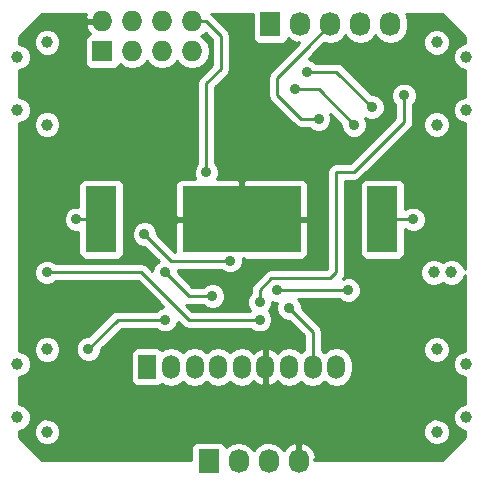
<source format=gbl>
G04 #@! TF.FileFunction,Copper,L2,Bot,Signal*
%FSLAX46Y46*%
G04 Gerber Fmt 4.6, Leading zero omitted, Abs format (unit mm)*
G04 Created by KiCad (PCBNEW (2014-11-17 BZR 5289)-product) date Thu 22 Jan 2015 10:16:19 AM EST*
%MOMM*%
G01*
G04 APERTURE LIST*
%ADD10C,0.100000*%
%ADD11R,1.727200X2.032000*%
%ADD12O,1.727200X2.032000*%
%ADD13R,1.727200X1.727200*%
%ADD14O,1.727200X1.727200*%
%ADD15C,1.000000*%
%ADD16C,1.000760*%
%ADD17R,1.500000X2.032000*%
%ADD18O,1.500000X2.032000*%
%ADD19R,10.000000X5.560000*%
%ADD20R,2.600000X5.560000*%
%ADD21C,0.889000*%
%ADD22C,0.254000*%
G04 APERTURE END LIST*
D10*
D11*
X220420000Y-114000000D03*
D12*
X222960000Y-114000000D03*
X225500000Y-114000000D03*
X228040000Y-114000000D03*
X230580000Y-114000000D03*
D13*
X206190000Y-116270000D03*
D14*
X206190000Y-113730000D03*
X208730000Y-116270000D03*
X208730000Y-113730000D03*
X211270000Y-116270000D03*
X211270000Y-113730000D03*
X213810000Y-116270000D03*
X213810000Y-113730000D03*
D11*
X215190000Y-151000000D03*
D12*
X217730000Y-151000000D03*
X220270000Y-151000000D03*
X222810000Y-151000000D03*
D15*
X199000000Y-147250000D03*
X199000000Y-142750000D03*
X201500000Y-148500000D03*
X201500000Y-141500000D03*
X199000000Y-121250000D03*
X199000000Y-116750000D03*
X201500000Y-122500000D03*
X201500000Y-115500000D03*
X237000000Y-116750000D03*
X237000000Y-121250000D03*
X234500000Y-115500000D03*
X234500000Y-122500000D03*
X237000000Y-142750000D03*
X237000000Y-147250000D03*
X234500000Y-141500000D03*
X234500000Y-148500000D03*
D16*
X234250700Y-135000000D03*
X235749300Y-135000000D03*
D17*
X210000000Y-143000000D03*
D18*
X212000000Y-143000000D03*
X214000000Y-143000000D03*
X216000000Y-143000000D03*
X218000000Y-143000000D03*
X220000000Y-143000000D03*
X222000000Y-143000000D03*
X224000000Y-143000000D03*
X226000000Y-143000000D03*
D19*
X218000000Y-130500000D03*
D20*
X229900000Y-130500000D03*
X206100000Y-130500000D03*
D21*
X204000000Y-130500000D03*
X232500000Y-130500000D03*
X211500000Y-135000000D03*
X215500000Y-137000000D03*
X224500000Y-122000000D03*
X209750000Y-131750000D03*
X217000000Y-134000000D03*
X215000000Y-126500000D03*
X222000000Y-138000000D03*
X211500000Y-139000000D03*
X205000000Y-141500000D03*
X219500000Y-139000000D03*
X201500000Y-135000000D03*
X219500000Y-137500000D03*
X231750000Y-120000000D03*
X221000000Y-136500000D03*
X227000000Y-136500000D03*
X227500000Y-122500000D03*
X222500000Y-119500000D03*
X229000000Y-121000000D03*
X223500000Y-118000000D03*
D22*
X206100000Y-130500000D02*
X204000000Y-130500000D01*
X229900000Y-130500000D02*
X232500000Y-130500000D01*
X213500000Y-137000000D02*
X211500000Y-135000000D01*
X215500000Y-137000000D02*
X213500000Y-137000000D01*
X224500000Y-122000000D02*
X223000000Y-122000000D01*
X223000000Y-122000000D02*
X221000000Y-120000000D01*
X221000000Y-120000000D02*
X221000000Y-118500000D01*
X221000000Y-118500000D02*
X223500000Y-116000000D01*
X223500000Y-116000000D02*
X225500000Y-114000000D01*
X209750000Y-131750000D02*
X212000000Y-134000000D01*
X212000000Y-134000000D02*
X215000000Y-134000000D01*
X215000000Y-134000000D02*
X217000000Y-134000000D01*
X214980000Y-113730000D02*
X213810000Y-113730000D01*
X216250000Y-115000000D02*
X214980000Y-113730000D01*
X216250000Y-117750000D02*
X216250000Y-115000000D01*
X215000000Y-119000000D02*
X216250000Y-117750000D01*
X215000000Y-126500000D02*
X215000000Y-119000000D01*
X224000000Y-140000000D02*
X222000000Y-138000000D01*
X224000000Y-143000000D02*
X224000000Y-140000000D01*
X207500000Y-139000000D02*
X211500000Y-139000000D01*
X205000000Y-141500000D02*
X207500000Y-139000000D01*
X211500000Y-137000000D02*
X209500000Y-135000000D01*
X213500000Y-139000000D02*
X219500000Y-139000000D01*
X211500000Y-137000000D02*
X213500000Y-139000000D01*
X209500000Y-135000000D02*
X201500000Y-135000000D01*
X227500000Y-126500000D02*
X231750000Y-122250000D01*
X231750000Y-122250000D02*
X231750000Y-120000000D01*
X219500000Y-136500000D02*
X219500000Y-137500000D01*
X220500000Y-135500000D02*
X219500000Y-136500000D01*
X225500000Y-135500000D02*
X220500000Y-135500000D01*
X226000000Y-135000000D02*
X225500000Y-135500000D01*
X227500000Y-126500000D02*
X226000000Y-126500000D01*
X226000000Y-126500000D02*
X226000000Y-135000000D01*
X227000000Y-136500000D02*
X221000000Y-136500000D01*
X227500000Y-122500000D02*
X224500000Y-119500000D01*
X224500000Y-119500000D02*
X222500000Y-119500000D01*
X229000000Y-121000000D02*
X226000000Y-118000000D01*
X226000000Y-118000000D02*
X223500000Y-118000000D01*
G36*
X223107000Y-114127000D02*
X223087000Y-114127000D01*
X223087000Y-114147000D01*
X222833000Y-114147000D01*
X222833000Y-114127000D01*
X222813000Y-114127000D01*
X222813000Y-113873000D01*
X222833000Y-113873000D01*
X222833000Y-113853000D01*
X223087000Y-113853000D01*
X223087000Y-113873000D01*
X223107000Y-113873000D01*
X223107000Y-114127000D01*
X223107000Y-114127000D01*
G37*
X223107000Y-114127000D02*
X223087000Y-114127000D01*
X223087000Y-114147000D01*
X222833000Y-114147000D01*
X222833000Y-114127000D01*
X222813000Y-114127000D01*
X222813000Y-113873000D01*
X222833000Y-113873000D01*
X222833000Y-113853000D01*
X223087000Y-113853000D01*
X223087000Y-113873000D01*
X223107000Y-113873000D01*
X223107000Y-114127000D01*
G36*
X236873000Y-148947395D02*
X235635197Y-150185198D01*
X235635197Y-148275225D01*
X235635197Y-141275225D01*
X235462767Y-140857914D01*
X235143765Y-140538355D01*
X234726756Y-140365197D01*
X234275225Y-140364803D01*
X233857914Y-140537233D01*
X233538355Y-140856235D01*
X233365197Y-141273244D01*
X233364803Y-141724775D01*
X233537233Y-142142086D01*
X233856235Y-142461645D01*
X234273244Y-142634803D01*
X234724775Y-142635197D01*
X235142086Y-142462767D01*
X235461645Y-142143765D01*
X235634803Y-141726756D01*
X235635197Y-141275225D01*
X235635197Y-148275225D01*
X235462767Y-147857914D01*
X235143765Y-147538355D01*
X234726756Y-147365197D01*
X234275225Y-147364803D01*
X233857914Y-147537233D01*
X233538355Y-147856235D01*
X233365197Y-148273244D01*
X233364803Y-148724775D01*
X233537233Y-149142086D01*
X233856235Y-149461645D01*
X234273244Y-149634803D01*
X234724775Y-149635197D01*
X235142086Y-149462767D01*
X235461645Y-149143765D01*
X235634803Y-148726756D01*
X235635197Y-148275225D01*
X235635197Y-150185198D01*
X234947395Y-150873000D01*
X224308600Y-150873000D01*
X224308600Y-150872998D01*
X224150925Y-150872998D01*
X224295184Y-150638087D01*
X224101954Y-150085680D01*
X223712036Y-149649268D01*
X223184791Y-149395291D01*
X223169026Y-149392642D01*
X222937000Y-149513783D01*
X222937000Y-150873000D01*
X222683000Y-150873000D01*
X222683000Y-149513783D01*
X222450974Y-149392642D01*
X222435209Y-149395291D01*
X221907964Y-149649268D01*
X221536460Y-150065069D01*
X221329670Y-149755585D01*
X220843489Y-149430729D01*
X220270000Y-149316655D01*
X219873000Y-149395623D01*
X219873000Y-144485656D01*
X219873000Y-143127000D01*
X219853000Y-143127000D01*
X219853000Y-142873000D01*
X219873000Y-142873000D01*
X219873000Y-141514344D01*
X219658815Y-141391682D01*
X219587316Y-141405827D01*
X219110460Y-141664855D01*
X219017601Y-141779569D01*
X218979343Y-141722312D01*
X218530017Y-141422082D01*
X218000000Y-141316655D01*
X217469983Y-141422082D01*
X217020657Y-141722312D01*
X217000000Y-141753227D01*
X216979343Y-141722312D01*
X216530017Y-141422082D01*
X216000000Y-141316655D01*
X215469983Y-141422082D01*
X215020657Y-141722312D01*
X215000000Y-141753227D01*
X214979343Y-141722312D01*
X214530017Y-141422082D01*
X214000000Y-141316655D01*
X213469983Y-141422082D01*
X213020657Y-141722312D01*
X213000000Y-141753227D01*
X212979343Y-141722312D01*
X212530017Y-141422082D01*
X212000000Y-141316655D01*
X211469983Y-141422082D01*
X211239866Y-141575841D01*
X211109699Y-141445673D01*
X210876310Y-141349000D01*
X210623691Y-141349000D01*
X209123691Y-141349000D01*
X208890302Y-141445673D01*
X208711673Y-141624301D01*
X208615000Y-141857690D01*
X208615000Y-142110309D01*
X208615000Y-144142309D01*
X208711673Y-144375698D01*
X208890301Y-144554327D01*
X209123690Y-144651000D01*
X209376309Y-144651000D01*
X210876309Y-144651000D01*
X211109698Y-144554327D01*
X211239866Y-144424159D01*
X211469983Y-144577918D01*
X212000000Y-144683345D01*
X212530017Y-144577918D01*
X212979343Y-144277688D01*
X213000000Y-144246772D01*
X213020657Y-144277688D01*
X213469983Y-144577918D01*
X214000000Y-144683345D01*
X214530017Y-144577918D01*
X214979343Y-144277688D01*
X215000000Y-144246772D01*
X215020657Y-144277688D01*
X215469983Y-144577918D01*
X216000000Y-144683345D01*
X216530017Y-144577918D01*
X216979343Y-144277688D01*
X217000000Y-144246772D01*
X217020657Y-144277688D01*
X217469983Y-144577918D01*
X218000000Y-144683345D01*
X218530017Y-144577918D01*
X218979343Y-144277688D01*
X219017601Y-144220430D01*
X219110460Y-144335145D01*
X219587316Y-144594173D01*
X219658815Y-144608318D01*
X219873000Y-144485656D01*
X219873000Y-149395623D01*
X219696511Y-149430729D01*
X219210330Y-149755585D01*
X219000000Y-150070365D01*
X218789670Y-149755585D01*
X218303489Y-149430729D01*
X217730000Y-149316655D01*
X217156511Y-149430729D01*
X216670330Y-149755585D01*
X216655499Y-149777780D01*
X216591927Y-149624302D01*
X216413299Y-149445673D01*
X216179910Y-149349000D01*
X215927291Y-149349000D01*
X214200091Y-149349000D01*
X213966702Y-149445673D01*
X213788073Y-149624301D01*
X213691400Y-149857690D01*
X213691400Y-150110309D01*
X213691400Y-150873000D01*
X202635197Y-150873000D01*
X202635197Y-148275225D01*
X202635197Y-141275225D01*
X202462767Y-140857914D01*
X202143765Y-140538355D01*
X201726756Y-140365197D01*
X201275225Y-140364803D01*
X200857914Y-140537233D01*
X200538355Y-140856235D01*
X200365197Y-141273244D01*
X200364803Y-141724775D01*
X200537233Y-142142086D01*
X200856235Y-142461645D01*
X201273244Y-142634803D01*
X201724775Y-142635197D01*
X202142086Y-142462767D01*
X202461645Y-142143765D01*
X202634803Y-141726756D01*
X202635197Y-141275225D01*
X202635197Y-148275225D01*
X202462767Y-147857914D01*
X202143765Y-147538355D01*
X201726756Y-147365197D01*
X201275225Y-147364803D01*
X200857914Y-147537233D01*
X200538355Y-147856235D01*
X200365197Y-148273244D01*
X200364803Y-148724775D01*
X200537233Y-149142086D01*
X200856235Y-149461645D01*
X201273244Y-149634803D01*
X201724775Y-149635197D01*
X202142086Y-149462767D01*
X202461645Y-149143765D01*
X202634803Y-148726756D01*
X202635197Y-148275225D01*
X202635197Y-150873000D01*
X201052605Y-150873000D01*
X199127000Y-148947395D01*
X199127000Y-148385111D01*
X199224775Y-148385197D01*
X199642086Y-148212767D01*
X199961645Y-147893765D01*
X200134803Y-147476756D01*
X200135197Y-147025225D01*
X199962767Y-146607914D01*
X199643765Y-146288355D01*
X199226756Y-146115197D01*
X199127000Y-146115109D01*
X199127000Y-143885111D01*
X199224775Y-143885197D01*
X199642086Y-143712767D01*
X199961645Y-143393765D01*
X200134803Y-142976756D01*
X200135197Y-142525225D01*
X199962767Y-142107914D01*
X199643765Y-141788355D01*
X199226756Y-141615197D01*
X199127000Y-141615109D01*
X199127000Y-122385111D01*
X199224775Y-122385197D01*
X199642086Y-122212767D01*
X199961645Y-121893765D01*
X200134803Y-121476756D01*
X200135197Y-121025225D01*
X199962767Y-120607914D01*
X199643765Y-120288355D01*
X199226756Y-120115197D01*
X199127000Y-120115109D01*
X199127000Y-117885111D01*
X199224775Y-117885197D01*
X199642086Y-117712767D01*
X199961645Y-117393765D01*
X200134803Y-116976756D01*
X200135197Y-116525225D01*
X199962767Y-116107914D01*
X199643765Y-115788355D01*
X199226756Y-115615197D01*
X199127000Y-115615109D01*
X199127000Y-115052605D01*
X201052605Y-113127000D01*
X204836093Y-113127000D01*
X204735042Y-113370974D01*
X204856183Y-113603000D01*
X206063000Y-113603000D01*
X206063000Y-113583000D01*
X206317000Y-113583000D01*
X206317000Y-113603000D01*
X206337000Y-113603000D01*
X206337000Y-113857000D01*
X206317000Y-113857000D01*
X206317000Y-113877000D01*
X206063000Y-113877000D01*
X206063000Y-113857000D01*
X204856183Y-113857000D01*
X204735042Y-114089026D01*
X204907312Y-114504947D01*
X205164119Y-114786299D01*
X204966702Y-114868073D01*
X204788073Y-115046701D01*
X204691400Y-115280090D01*
X204691400Y-115532709D01*
X204691400Y-117259909D01*
X204788073Y-117493298D01*
X204966701Y-117671927D01*
X205200090Y-117768600D01*
X205452709Y-117768600D01*
X207179909Y-117768600D01*
X207413298Y-117671927D01*
X207591927Y-117493299D01*
X207655643Y-117339473D01*
X208127152Y-117654526D01*
X208700641Y-117768600D01*
X208759359Y-117768600D01*
X209332848Y-117654526D01*
X209819029Y-117329670D01*
X210000000Y-117058827D01*
X210180971Y-117329670D01*
X210667152Y-117654526D01*
X211240641Y-117768600D01*
X211299359Y-117768600D01*
X211872848Y-117654526D01*
X212359029Y-117329670D01*
X212540000Y-117058827D01*
X212720971Y-117329670D01*
X213207152Y-117654526D01*
X213780641Y-117768600D01*
X213839359Y-117768600D01*
X214412848Y-117654526D01*
X214899029Y-117329670D01*
X215223885Y-116843489D01*
X215337959Y-116270000D01*
X215223885Y-115696511D01*
X214899029Y-115210330D01*
X214584248Y-115000000D01*
X214899029Y-114789670D01*
X214924267Y-114751897D01*
X215488000Y-115315630D01*
X215488000Y-117434370D01*
X214461185Y-118461185D01*
X214296004Y-118708395D01*
X214238000Y-119000000D01*
X214238000Y-125735358D01*
X214085378Y-125887714D01*
X213920687Y-126284332D01*
X213920313Y-126713784D01*
X214073696Y-127085000D01*
X212873691Y-127085000D01*
X212640302Y-127181673D01*
X212461673Y-127360301D01*
X212365000Y-127593690D01*
X212365000Y-127846309D01*
X212365000Y-130214250D01*
X212523750Y-130373000D01*
X217873000Y-130373000D01*
X217873000Y-127243750D01*
X217714250Y-127085000D01*
X215925952Y-127085000D01*
X216079313Y-126715668D01*
X216079687Y-126286216D01*
X215915689Y-125889311D01*
X215762000Y-125735353D01*
X215762000Y-119315630D01*
X216788815Y-118288815D01*
X216953996Y-118041605D01*
X216953996Y-118041604D01*
X217012000Y-117750000D01*
X217012000Y-115000000D01*
X216953996Y-114708395D01*
X216788815Y-114461185D01*
X216788815Y-114461184D01*
X215518815Y-113191185D01*
X215422755Y-113127000D01*
X218921400Y-113127000D01*
X218921400Y-115142309D01*
X219018073Y-115375698D01*
X219196701Y-115554327D01*
X219430090Y-115651000D01*
X219682709Y-115651000D01*
X221409909Y-115651000D01*
X221643298Y-115554327D01*
X221821927Y-115375699D01*
X221903758Y-115178139D01*
X222057964Y-115350732D01*
X222585209Y-115604709D01*
X222600974Y-115607358D01*
X222832998Y-115486218D01*
X222832998Y-115589372D01*
X220461185Y-117961185D01*
X220296004Y-118208395D01*
X220238000Y-118500000D01*
X220238000Y-120000000D01*
X220296004Y-120291605D01*
X220461185Y-120538815D01*
X222461185Y-122538815D01*
X222708395Y-122703996D01*
X223000000Y-122762000D01*
X223735358Y-122762000D01*
X223887714Y-122914622D01*
X224284332Y-123079313D01*
X224713784Y-123079687D01*
X225110689Y-122915689D01*
X225414622Y-122612286D01*
X225579313Y-122215668D01*
X225579687Y-121786216D01*
X225488925Y-121566555D01*
X226420500Y-122498131D01*
X226420313Y-122713784D01*
X226584311Y-123110689D01*
X226887714Y-123414622D01*
X227284332Y-123579313D01*
X227713784Y-123579687D01*
X228110689Y-123415689D01*
X228414622Y-123112286D01*
X228579313Y-122715668D01*
X228579687Y-122286216D01*
X228434107Y-121933886D01*
X228784332Y-122079313D01*
X229213784Y-122079687D01*
X229610689Y-121915689D01*
X229914622Y-121612286D01*
X230079313Y-121215668D01*
X230079687Y-120786216D01*
X229915689Y-120389311D01*
X229612286Y-120085378D01*
X229215668Y-119920687D01*
X228998128Y-119920497D01*
X226538815Y-117461185D01*
X226291605Y-117296004D01*
X226000000Y-117238000D01*
X224264641Y-117238000D01*
X224112286Y-117085378D01*
X223715668Y-116920687D01*
X223656994Y-116920635D01*
X224038815Y-116538815D01*
X224994779Y-115582850D01*
X225500000Y-115683345D01*
X226073489Y-115569271D01*
X226559670Y-115244415D01*
X226770000Y-114929634D01*
X226980330Y-115244415D01*
X227466511Y-115569271D01*
X228040000Y-115683345D01*
X228613489Y-115569271D01*
X229099670Y-115244415D01*
X229310000Y-114929634D01*
X229520330Y-115244415D01*
X230006511Y-115569271D01*
X230580000Y-115683345D01*
X231153489Y-115569271D01*
X231639670Y-115244415D01*
X231964526Y-114758234D01*
X232078600Y-114184745D01*
X232078600Y-113815255D01*
X231964526Y-113241766D01*
X231887841Y-113127000D01*
X234947395Y-113127000D01*
X236873000Y-115052605D01*
X236873000Y-115614888D01*
X236775225Y-115614803D01*
X236357914Y-115787233D01*
X236038355Y-116106235D01*
X235865197Y-116523244D01*
X235864803Y-116974775D01*
X236037233Y-117392086D01*
X236356235Y-117711645D01*
X236773244Y-117884803D01*
X236873000Y-117884890D01*
X236873000Y-120114888D01*
X236775225Y-120114803D01*
X236357914Y-120287233D01*
X236038355Y-120606235D01*
X235865197Y-121023244D01*
X235864803Y-121474775D01*
X236037233Y-121892086D01*
X236356235Y-122211645D01*
X236773244Y-122384803D01*
X236873000Y-122384890D01*
X236873000Y-134746407D01*
X236712389Y-134357699D01*
X236393281Y-134038033D01*
X235976132Y-133864818D01*
X235635197Y-133864520D01*
X235635197Y-122275225D01*
X235635197Y-115275225D01*
X235462767Y-114857914D01*
X235143765Y-114538355D01*
X234726756Y-114365197D01*
X234275225Y-114364803D01*
X233857914Y-114537233D01*
X233538355Y-114856235D01*
X233365197Y-115273244D01*
X233364803Y-115724775D01*
X233537233Y-116142086D01*
X233856235Y-116461645D01*
X234273244Y-116634803D01*
X234724775Y-116635197D01*
X235142086Y-116462767D01*
X235461645Y-116143765D01*
X235634803Y-115726756D01*
X235635197Y-115275225D01*
X235635197Y-122275225D01*
X235462767Y-121857914D01*
X235143765Y-121538355D01*
X234726756Y-121365197D01*
X234275225Y-121364803D01*
X233857914Y-121537233D01*
X233538355Y-121856235D01*
X233365197Y-122273244D01*
X233364803Y-122724775D01*
X233537233Y-123142086D01*
X233856235Y-123461645D01*
X234273244Y-123634803D01*
X234724775Y-123635197D01*
X235142086Y-123462767D01*
X235461645Y-123143765D01*
X235634803Y-122726756D01*
X235635197Y-122275225D01*
X235635197Y-133864520D01*
X235524450Y-133864424D01*
X235106999Y-134036911D01*
X235000093Y-134143629D01*
X234894681Y-134038033D01*
X234477532Y-133864818D01*
X234025850Y-133864424D01*
X233608399Y-134036911D01*
X233579687Y-134065572D01*
X233579687Y-130286216D01*
X233415689Y-129889311D01*
X233112286Y-129585378D01*
X232829687Y-129468032D01*
X232829687Y-119786216D01*
X232665689Y-119389311D01*
X232362286Y-119085378D01*
X231965668Y-118920687D01*
X231536216Y-118920313D01*
X231139311Y-119084311D01*
X230835378Y-119387714D01*
X230670687Y-119784332D01*
X230670313Y-120213784D01*
X230834311Y-120610689D01*
X230988000Y-120764646D01*
X230988000Y-121934369D01*
X227184369Y-125738000D01*
X226000000Y-125738000D01*
X225708395Y-125796004D01*
X225461185Y-125961185D01*
X225296004Y-126208395D01*
X225238000Y-126500000D01*
X225238000Y-134684369D01*
X225184369Y-134738000D01*
X223635000Y-134738000D01*
X220500000Y-134738000D01*
X220208396Y-134796003D01*
X219961185Y-134961184D01*
X218961185Y-135961185D01*
X218796004Y-136208395D01*
X218738000Y-136500000D01*
X218738000Y-136735358D01*
X218585378Y-136887714D01*
X218420687Y-137284332D01*
X218420313Y-137713784D01*
X218584311Y-138110689D01*
X218711399Y-138238000D01*
X213815630Y-138238000D01*
X213299809Y-137722179D01*
X213500000Y-137762000D01*
X214735358Y-137762000D01*
X214887714Y-137914622D01*
X215284332Y-138079313D01*
X215713784Y-138079687D01*
X216110689Y-137915689D01*
X216414622Y-137612286D01*
X216579313Y-137215668D01*
X216579687Y-136786216D01*
X216415689Y-136389311D01*
X216112286Y-136085378D01*
X215715668Y-135920687D01*
X215286216Y-135920313D01*
X214889311Y-136084311D01*
X214735353Y-136238000D01*
X213815630Y-136238000D01*
X212579499Y-135001869D01*
X212579687Y-134786216D01*
X212569681Y-134762000D01*
X215000000Y-134762000D01*
X216235358Y-134762000D01*
X216387714Y-134914622D01*
X216784332Y-135079313D01*
X217213784Y-135079687D01*
X217610689Y-134915689D01*
X217914622Y-134612286D01*
X218079313Y-134215668D01*
X218079574Y-133915000D01*
X218127002Y-133915000D01*
X218127002Y-133756252D01*
X218285750Y-133915000D01*
X223126309Y-133915000D01*
X223359698Y-133818327D01*
X223538327Y-133639699D01*
X223635000Y-133406310D01*
X223635000Y-133153691D01*
X223635000Y-130785750D01*
X223635000Y-130214250D01*
X223635000Y-127846309D01*
X223635000Y-127593690D01*
X223538327Y-127360301D01*
X223359698Y-127181673D01*
X223126309Y-127085000D01*
X218285750Y-127085000D01*
X218127000Y-127243750D01*
X218127000Y-130373000D01*
X223476250Y-130373000D01*
X223635000Y-130214250D01*
X223635000Y-130785750D01*
X223476250Y-130627000D01*
X218127000Y-130627000D01*
X218127000Y-130647000D01*
X217873000Y-130647000D01*
X217873000Y-130627000D01*
X212523750Y-130627000D01*
X212365000Y-130785750D01*
X212365000Y-133153691D01*
X212365000Y-133238000D01*
X212315630Y-133238000D01*
X210829499Y-131751868D01*
X210829687Y-131536216D01*
X210665689Y-131139311D01*
X210362286Y-130835378D01*
X209965668Y-130670687D01*
X209536216Y-130670313D01*
X209139311Y-130834311D01*
X208835378Y-131137714D01*
X208670687Y-131534332D01*
X208670313Y-131963784D01*
X208834311Y-132360689D01*
X209137714Y-132664622D01*
X209534332Y-132829313D01*
X209751872Y-132829502D01*
X210972363Y-134049994D01*
X210889311Y-134084311D01*
X210585378Y-134387714D01*
X210420687Y-134784332D01*
X210420635Y-134843005D01*
X210038815Y-134461185D01*
X209791605Y-134296004D01*
X209500000Y-134238000D01*
X208035000Y-134238000D01*
X208035000Y-133406310D01*
X208035000Y-133153691D01*
X208035000Y-127593691D01*
X207938327Y-127360302D01*
X207759699Y-127181673D01*
X207526310Y-127085000D01*
X207273691Y-127085000D01*
X204673691Y-127085000D01*
X204440302Y-127181673D01*
X204261673Y-127360301D01*
X204165000Y-127593690D01*
X204165000Y-127846309D01*
X204165000Y-129420642D01*
X203786216Y-129420313D01*
X203389311Y-129584311D01*
X203085378Y-129887714D01*
X202920687Y-130284332D01*
X202920313Y-130713784D01*
X203084311Y-131110689D01*
X203387714Y-131414622D01*
X203784332Y-131579313D01*
X204165000Y-131579644D01*
X204165000Y-133406309D01*
X204261673Y-133639698D01*
X204440301Y-133818327D01*
X204673690Y-133915000D01*
X204926309Y-133915000D01*
X207526309Y-133915000D01*
X207759698Y-133818327D01*
X207938327Y-133639699D01*
X208035000Y-133406310D01*
X208035000Y-134238000D01*
X202635197Y-134238000D01*
X202635197Y-122275225D01*
X202635197Y-115275225D01*
X202462767Y-114857914D01*
X202143765Y-114538355D01*
X201726756Y-114365197D01*
X201275225Y-114364803D01*
X200857914Y-114537233D01*
X200538355Y-114856235D01*
X200365197Y-115273244D01*
X200364803Y-115724775D01*
X200537233Y-116142086D01*
X200856235Y-116461645D01*
X201273244Y-116634803D01*
X201724775Y-116635197D01*
X202142086Y-116462767D01*
X202461645Y-116143765D01*
X202634803Y-115726756D01*
X202635197Y-115275225D01*
X202635197Y-122275225D01*
X202462767Y-121857914D01*
X202143765Y-121538355D01*
X201726756Y-121365197D01*
X201275225Y-121364803D01*
X200857914Y-121537233D01*
X200538355Y-121856235D01*
X200365197Y-122273244D01*
X200364803Y-122724775D01*
X200537233Y-123142086D01*
X200856235Y-123461645D01*
X201273244Y-123634803D01*
X201724775Y-123635197D01*
X202142086Y-123462767D01*
X202461645Y-123143765D01*
X202634803Y-122726756D01*
X202635197Y-122275225D01*
X202635197Y-134238000D01*
X202264641Y-134238000D01*
X202112286Y-134085378D01*
X201715668Y-133920687D01*
X201286216Y-133920313D01*
X200889311Y-134084311D01*
X200585378Y-134387714D01*
X200420687Y-134784332D01*
X200420313Y-135213784D01*
X200584311Y-135610689D01*
X200887714Y-135914622D01*
X201284332Y-136079313D01*
X201713784Y-136079687D01*
X202110689Y-135915689D01*
X202264646Y-135762000D01*
X209184370Y-135762000D01*
X210961185Y-137538815D01*
X211342732Y-137920362D01*
X211286216Y-137920313D01*
X210889311Y-138084311D01*
X210735353Y-138238000D01*
X207500000Y-138238000D01*
X207208395Y-138296004D01*
X206961185Y-138461185D01*
X205001869Y-140420500D01*
X204786216Y-140420313D01*
X204389311Y-140584311D01*
X204085378Y-140887714D01*
X203920687Y-141284332D01*
X203920313Y-141713784D01*
X204084311Y-142110689D01*
X204387714Y-142414622D01*
X204784332Y-142579313D01*
X205213784Y-142579687D01*
X205610689Y-142415689D01*
X205914622Y-142112286D01*
X206079313Y-141715668D01*
X206079502Y-141498127D01*
X207815630Y-139762000D01*
X210735358Y-139762000D01*
X210887714Y-139914622D01*
X211284332Y-140079313D01*
X211713784Y-140079687D01*
X212110689Y-139915689D01*
X212414622Y-139612286D01*
X212579313Y-139215668D01*
X212579364Y-139156994D01*
X212961185Y-139538815D01*
X213208395Y-139703996D01*
X213500000Y-139762000D01*
X218735358Y-139762000D01*
X218887714Y-139914622D01*
X219284332Y-140079313D01*
X219713784Y-140079687D01*
X220110689Y-139915689D01*
X220414622Y-139612286D01*
X220579313Y-139215668D01*
X220579687Y-138786216D01*
X220415689Y-138389311D01*
X220276644Y-138250023D01*
X220414622Y-138112286D01*
X220579313Y-137715668D01*
X220579505Y-137494261D01*
X220784332Y-137579313D01*
X221005738Y-137579505D01*
X220920687Y-137784332D01*
X220920313Y-138213784D01*
X221084311Y-138610689D01*
X221387714Y-138914622D01*
X221784332Y-139079313D01*
X222001872Y-139079502D01*
X223238000Y-140315630D01*
X223238000Y-141577088D01*
X223020657Y-141722312D01*
X223000000Y-141753227D01*
X222979343Y-141722312D01*
X222530017Y-141422082D01*
X222000000Y-141316655D01*
X221469983Y-141422082D01*
X221020657Y-141722312D01*
X220982398Y-141779569D01*
X220889540Y-141664855D01*
X220412684Y-141405827D01*
X220341185Y-141391682D01*
X220127000Y-141514344D01*
X220127000Y-142873000D01*
X220147000Y-142873000D01*
X220147000Y-143127000D01*
X220127000Y-143127000D01*
X220127000Y-144485656D01*
X220341185Y-144608318D01*
X220412684Y-144594173D01*
X220889540Y-144335145D01*
X220982398Y-144220430D01*
X221020657Y-144277688D01*
X221469983Y-144577918D01*
X222000000Y-144683345D01*
X222530017Y-144577918D01*
X222979343Y-144277688D01*
X223000000Y-144246772D01*
X223020657Y-144277688D01*
X223469983Y-144577918D01*
X224000000Y-144683345D01*
X224530017Y-144577918D01*
X224979343Y-144277688D01*
X225000000Y-144246772D01*
X225020657Y-144277688D01*
X225469983Y-144577918D01*
X226000000Y-144683345D01*
X226530017Y-144577918D01*
X226979343Y-144277688D01*
X227279573Y-143828362D01*
X227385000Y-143298345D01*
X227385000Y-142701655D01*
X227279573Y-142171638D01*
X226979343Y-141722312D01*
X226530017Y-141422082D01*
X226000000Y-141316655D01*
X225469983Y-141422082D01*
X225020657Y-141722312D01*
X225000000Y-141753227D01*
X224979343Y-141722312D01*
X224762000Y-141577088D01*
X224762000Y-140000000D01*
X224703996Y-139708395D01*
X224538815Y-139461185D01*
X223079499Y-138001869D01*
X223079687Y-137786216D01*
X222915689Y-137389311D01*
X222788600Y-137262000D01*
X226235358Y-137262000D01*
X226387714Y-137414622D01*
X226784332Y-137579313D01*
X227213784Y-137579687D01*
X227610689Y-137415689D01*
X227914622Y-137112286D01*
X228079313Y-136715668D01*
X228079687Y-136286216D01*
X227915689Y-135889311D01*
X227612286Y-135585378D01*
X227215668Y-135420687D01*
X226786216Y-135420313D01*
X226553840Y-135516328D01*
X226637834Y-135390623D01*
X226703996Y-135291605D01*
X226703996Y-135291604D01*
X226762000Y-135000000D01*
X226762000Y-127262000D01*
X227500000Y-127262000D01*
X227500000Y-127261999D01*
X227791604Y-127203996D01*
X227791605Y-127203996D01*
X228038815Y-127038815D01*
X232288815Y-122788815D01*
X232288816Y-122788815D01*
X232387834Y-122640623D01*
X232453996Y-122541605D01*
X232453996Y-122541604D01*
X232512000Y-122250000D01*
X232512000Y-120764641D01*
X232664622Y-120612286D01*
X232829313Y-120215668D01*
X232829687Y-119786216D01*
X232829687Y-129468032D01*
X232715668Y-129420687D01*
X232286216Y-129420313D01*
X231889311Y-129584311D01*
X231835000Y-129638527D01*
X231835000Y-127593691D01*
X231738327Y-127360302D01*
X231559699Y-127181673D01*
X231326310Y-127085000D01*
X231073691Y-127085000D01*
X228473691Y-127085000D01*
X228240302Y-127181673D01*
X228061673Y-127360301D01*
X227965000Y-127593690D01*
X227965000Y-127846309D01*
X227965000Y-133406309D01*
X228061673Y-133639698D01*
X228240301Y-133818327D01*
X228473690Y-133915000D01*
X228726309Y-133915000D01*
X231326309Y-133915000D01*
X231559698Y-133818327D01*
X231738327Y-133639699D01*
X231835000Y-133406310D01*
X231835000Y-133153691D01*
X231835000Y-131361815D01*
X231887714Y-131414622D01*
X232284332Y-131579313D01*
X232713784Y-131579687D01*
X233110689Y-131415689D01*
X233414622Y-131112286D01*
X233579313Y-130715668D01*
X233579687Y-130286216D01*
X233579687Y-134065572D01*
X233288733Y-134356019D01*
X233115518Y-134773168D01*
X233115124Y-135224850D01*
X233287611Y-135642301D01*
X233606719Y-135961967D01*
X234023868Y-136135182D01*
X234475550Y-136135576D01*
X234893001Y-135963089D01*
X234999906Y-135856370D01*
X235105319Y-135961967D01*
X235522468Y-136135182D01*
X235974150Y-136135576D01*
X236391601Y-135963089D01*
X236711267Y-135643981D01*
X236873000Y-135254483D01*
X236873000Y-141614888D01*
X236775225Y-141614803D01*
X236357914Y-141787233D01*
X236038355Y-142106235D01*
X235865197Y-142523244D01*
X235864803Y-142974775D01*
X236037233Y-143392086D01*
X236356235Y-143711645D01*
X236773244Y-143884803D01*
X236873000Y-143884890D01*
X236873000Y-146114888D01*
X236775225Y-146114803D01*
X236357914Y-146287233D01*
X236038355Y-146606235D01*
X235865197Y-147023244D01*
X235864803Y-147474775D01*
X236037233Y-147892086D01*
X236356235Y-148211645D01*
X236773244Y-148384803D01*
X236873000Y-148384890D01*
X236873000Y-148947395D01*
X236873000Y-148947395D01*
G37*
X236873000Y-148947395D02*
X235635197Y-150185198D01*
X235635197Y-148275225D01*
X235635197Y-141275225D01*
X235462767Y-140857914D01*
X235143765Y-140538355D01*
X234726756Y-140365197D01*
X234275225Y-140364803D01*
X233857914Y-140537233D01*
X233538355Y-140856235D01*
X233365197Y-141273244D01*
X233364803Y-141724775D01*
X233537233Y-142142086D01*
X233856235Y-142461645D01*
X234273244Y-142634803D01*
X234724775Y-142635197D01*
X235142086Y-142462767D01*
X235461645Y-142143765D01*
X235634803Y-141726756D01*
X235635197Y-141275225D01*
X235635197Y-148275225D01*
X235462767Y-147857914D01*
X235143765Y-147538355D01*
X234726756Y-147365197D01*
X234275225Y-147364803D01*
X233857914Y-147537233D01*
X233538355Y-147856235D01*
X233365197Y-148273244D01*
X233364803Y-148724775D01*
X233537233Y-149142086D01*
X233856235Y-149461645D01*
X234273244Y-149634803D01*
X234724775Y-149635197D01*
X235142086Y-149462767D01*
X235461645Y-149143765D01*
X235634803Y-148726756D01*
X235635197Y-148275225D01*
X235635197Y-150185198D01*
X234947395Y-150873000D01*
X224308600Y-150873000D01*
X224308600Y-150872998D01*
X224150925Y-150872998D01*
X224295184Y-150638087D01*
X224101954Y-150085680D01*
X223712036Y-149649268D01*
X223184791Y-149395291D01*
X223169026Y-149392642D01*
X222937000Y-149513783D01*
X222937000Y-150873000D01*
X222683000Y-150873000D01*
X222683000Y-149513783D01*
X222450974Y-149392642D01*
X222435209Y-149395291D01*
X221907964Y-149649268D01*
X221536460Y-150065069D01*
X221329670Y-149755585D01*
X220843489Y-149430729D01*
X220270000Y-149316655D01*
X219873000Y-149395623D01*
X219873000Y-144485656D01*
X219873000Y-143127000D01*
X219853000Y-143127000D01*
X219853000Y-142873000D01*
X219873000Y-142873000D01*
X219873000Y-141514344D01*
X219658815Y-141391682D01*
X219587316Y-141405827D01*
X219110460Y-141664855D01*
X219017601Y-141779569D01*
X218979343Y-141722312D01*
X218530017Y-141422082D01*
X218000000Y-141316655D01*
X217469983Y-141422082D01*
X217020657Y-141722312D01*
X217000000Y-141753227D01*
X216979343Y-141722312D01*
X216530017Y-141422082D01*
X216000000Y-141316655D01*
X215469983Y-141422082D01*
X215020657Y-141722312D01*
X215000000Y-141753227D01*
X214979343Y-141722312D01*
X214530017Y-141422082D01*
X214000000Y-141316655D01*
X213469983Y-141422082D01*
X213020657Y-141722312D01*
X213000000Y-141753227D01*
X212979343Y-141722312D01*
X212530017Y-141422082D01*
X212000000Y-141316655D01*
X211469983Y-141422082D01*
X211239866Y-141575841D01*
X211109699Y-141445673D01*
X210876310Y-141349000D01*
X210623691Y-141349000D01*
X209123691Y-141349000D01*
X208890302Y-141445673D01*
X208711673Y-141624301D01*
X208615000Y-141857690D01*
X208615000Y-142110309D01*
X208615000Y-144142309D01*
X208711673Y-144375698D01*
X208890301Y-144554327D01*
X209123690Y-144651000D01*
X209376309Y-144651000D01*
X210876309Y-144651000D01*
X211109698Y-144554327D01*
X211239866Y-144424159D01*
X211469983Y-144577918D01*
X212000000Y-144683345D01*
X212530017Y-144577918D01*
X212979343Y-144277688D01*
X213000000Y-144246772D01*
X213020657Y-144277688D01*
X213469983Y-144577918D01*
X214000000Y-144683345D01*
X214530017Y-144577918D01*
X214979343Y-144277688D01*
X215000000Y-144246772D01*
X215020657Y-144277688D01*
X215469983Y-144577918D01*
X216000000Y-144683345D01*
X216530017Y-144577918D01*
X216979343Y-144277688D01*
X217000000Y-144246772D01*
X217020657Y-144277688D01*
X217469983Y-144577918D01*
X218000000Y-144683345D01*
X218530017Y-144577918D01*
X218979343Y-144277688D01*
X219017601Y-144220430D01*
X219110460Y-144335145D01*
X219587316Y-144594173D01*
X219658815Y-144608318D01*
X219873000Y-144485656D01*
X219873000Y-149395623D01*
X219696511Y-149430729D01*
X219210330Y-149755585D01*
X219000000Y-150070365D01*
X218789670Y-149755585D01*
X218303489Y-149430729D01*
X217730000Y-149316655D01*
X217156511Y-149430729D01*
X216670330Y-149755585D01*
X216655499Y-149777780D01*
X216591927Y-149624302D01*
X216413299Y-149445673D01*
X216179910Y-149349000D01*
X215927291Y-149349000D01*
X214200091Y-149349000D01*
X213966702Y-149445673D01*
X213788073Y-149624301D01*
X213691400Y-149857690D01*
X213691400Y-150110309D01*
X213691400Y-150873000D01*
X202635197Y-150873000D01*
X202635197Y-148275225D01*
X202635197Y-141275225D01*
X202462767Y-140857914D01*
X202143765Y-140538355D01*
X201726756Y-140365197D01*
X201275225Y-140364803D01*
X200857914Y-140537233D01*
X200538355Y-140856235D01*
X200365197Y-141273244D01*
X200364803Y-141724775D01*
X200537233Y-142142086D01*
X200856235Y-142461645D01*
X201273244Y-142634803D01*
X201724775Y-142635197D01*
X202142086Y-142462767D01*
X202461645Y-142143765D01*
X202634803Y-141726756D01*
X202635197Y-141275225D01*
X202635197Y-148275225D01*
X202462767Y-147857914D01*
X202143765Y-147538355D01*
X201726756Y-147365197D01*
X201275225Y-147364803D01*
X200857914Y-147537233D01*
X200538355Y-147856235D01*
X200365197Y-148273244D01*
X200364803Y-148724775D01*
X200537233Y-149142086D01*
X200856235Y-149461645D01*
X201273244Y-149634803D01*
X201724775Y-149635197D01*
X202142086Y-149462767D01*
X202461645Y-149143765D01*
X202634803Y-148726756D01*
X202635197Y-148275225D01*
X202635197Y-150873000D01*
X201052605Y-150873000D01*
X199127000Y-148947395D01*
X199127000Y-148385111D01*
X199224775Y-148385197D01*
X199642086Y-148212767D01*
X199961645Y-147893765D01*
X200134803Y-147476756D01*
X200135197Y-147025225D01*
X199962767Y-146607914D01*
X199643765Y-146288355D01*
X199226756Y-146115197D01*
X199127000Y-146115109D01*
X199127000Y-143885111D01*
X199224775Y-143885197D01*
X199642086Y-143712767D01*
X199961645Y-143393765D01*
X200134803Y-142976756D01*
X200135197Y-142525225D01*
X199962767Y-142107914D01*
X199643765Y-141788355D01*
X199226756Y-141615197D01*
X199127000Y-141615109D01*
X199127000Y-122385111D01*
X199224775Y-122385197D01*
X199642086Y-122212767D01*
X199961645Y-121893765D01*
X200134803Y-121476756D01*
X200135197Y-121025225D01*
X199962767Y-120607914D01*
X199643765Y-120288355D01*
X199226756Y-120115197D01*
X199127000Y-120115109D01*
X199127000Y-117885111D01*
X199224775Y-117885197D01*
X199642086Y-117712767D01*
X199961645Y-117393765D01*
X200134803Y-116976756D01*
X200135197Y-116525225D01*
X199962767Y-116107914D01*
X199643765Y-115788355D01*
X199226756Y-115615197D01*
X199127000Y-115615109D01*
X199127000Y-115052605D01*
X201052605Y-113127000D01*
X204836093Y-113127000D01*
X204735042Y-113370974D01*
X204856183Y-113603000D01*
X206063000Y-113603000D01*
X206063000Y-113583000D01*
X206317000Y-113583000D01*
X206317000Y-113603000D01*
X206337000Y-113603000D01*
X206337000Y-113857000D01*
X206317000Y-113857000D01*
X206317000Y-113877000D01*
X206063000Y-113877000D01*
X206063000Y-113857000D01*
X204856183Y-113857000D01*
X204735042Y-114089026D01*
X204907312Y-114504947D01*
X205164119Y-114786299D01*
X204966702Y-114868073D01*
X204788073Y-115046701D01*
X204691400Y-115280090D01*
X204691400Y-115532709D01*
X204691400Y-117259909D01*
X204788073Y-117493298D01*
X204966701Y-117671927D01*
X205200090Y-117768600D01*
X205452709Y-117768600D01*
X207179909Y-117768600D01*
X207413298Y-117671927D01*
X207591927Y-117493299D01*
X207655643Y-117339473D01*
X208127152Y-117654526D01*
X208700641Y-117768600D01*
X208759359Y-117768600D01*
X209332848Y-117654526D01*
X209819029Y-117329670D01*
X210000000Y-117058827D01*
X210180971Y-117329670D01*
X210667152Y-117654526D01*
X211240641Y-117768600D01*
X211299359Y-117768600D01*
X211872848Y-117654526D01*
X212359029Y-117329670D01*
X212540000Y-117058827D01*
X212720971Y-117329670D01*
X213207152Y-117654526D01*
X213780641Y-117768600D01*
X213839359Y-117768600D01*
X214412848Y-117654526D01*
X214899029Y-117329670D01*
X215223885Y-116843489D01*
X215337959Y-116270000D01*
X215223885Y-115696511D01*
X214899029Y-115210330D01*
X214584248Y-115000000D01*
X214899029Y-114789670D01*
X214924267Y-114751897D01*
X215488000Y-115315630D01*
X215488000Y-117434370D01*
X214461185Y-118461185D01*
X214296004Y-118708395D01*
X214238000Y-119000000D01*
X214238000Y-125735358D01*
X214085378Y-125887714D01*
X213920687Y-126284332D01*
X213920313Y-126713784D01*
X214073696Y-127085000D01*
X212873691Y-127085000D01*
X212640302Y-127181673D01*
X212461673Y-127360301D01*
X212365000Y-127593690D01*
X212365000Y-127846309D01*
X212365000Y-130214250D01*
X212523750Y-130373000D01*
X217873000Y-130373000D01*
X217873000Y-127243750D01*
X217714250Y-127085000D01*
X215925952Y-127085000D01*
X216079313Y-126715668D01*
X216079687Y-126286216D01*
X215915689Y-125889311D01*
X215762000Y-125735353D01*
X215762000Y-119315630D01*
X216788815Y-118288815D01*
X216953996Y-118041605D01*
X216953996Y-118041604D01*
X217012000Y-117750000D01*
X217012000Y-115000000D01*
X216953996Y-114708395D01*
X216788815Y-114461185D01*
X216788815Y-114461184D01*
X215518815Y-113191185D01*
X215422755Y-113127000D01*
X218921400Y-113127000D01*
X218921400Y-115142309D01*
X219018073Y-115375698D01*
X219196701Y-115554327D01*
X219430090Y-115651000D01*
X219682709Y-115651000D01*
X221409909Y-115651000D01*
X221643298Y-115554327D01*
X221821927Y-115375699D01*
X221903758Y-115178139D01*
X222057964Y-115350732D01*
X222585209Y-115604709D01*
X222600974Y-115607358D01*
X222832998Y-115486218D01*
X222832998Y-115589372D01*
X220461185Y-117961185D01*
X220296004Y-118208395D01*
X220238000Y-118500000D01*
X220238000Y-120000000D01*
X220296004Y-120291605D01*
X220461185Y-120538815D01*
X222461185Y-122538815D01*
X222708395Y-122703996D01*
X223000000Y-122762000D01*
X223735358Y-122762000D01*
X223887714Y-122914622D01*
X224284332Y-123079313D01*
X224713784Y-123079687D01*
X225110689Y-122915689D01*
X225414622Y-122612286D01*
X225579313Y-122215668D01*
X225579687Y-121786216D01*
X225488925Y-121566555D01*
X226420500Y-122498131D01*
X226420313Y-122713784D01*
X226584311Y-123110689D01*
X226887714Y-123414622D01*
X227284332Y-123579313D01*
X227713784Y-123579687D01*
X228110689Y-123415689D01*
X228414622Y-123112286D01*
X228579313Y-122715668D01*
X228579687Y-122286216D01*
X228434107Y-121933886D01*
X228784332Y-122079313D01*
X229213784Y-122079687D01*
X229610689Y-121915689D01*
X229914622Y-121612286D01*
X230079313Y-121215668D01*
X230079687Y-120786216D01*
X229915689Y-120389311D01*
X229612286Y-120085378D01*
X229215668Y-119920687D01*
X228998128Y-119920497D01*
X226538815Y-117461185D01*
X226291605Y-117296004D01*
X226000000Y-117238000D01*
X224264641Y-117238000D01*
X224112286Y-117085378D01*
X223715668Y-116920687D01*
X223656994Y-116920635D01*
X224038815Y-116538815D01*
X224994779Y-115582850D01*
X225500000Y-115683345D01*
X226073489Y-115569271D01*
X226559670Y-115244415D01*
X226770000Y-114929634D01*
X226980330Y-115244415D01*
X227466511Y-115569271D01*
X228040000Y-115683345D01*
X228613489Y-115569271D01*
X229099670Y-115244415D01*
X229310000Y-114929634D01*
X229520330Y-115244415D01*
X230006511Y-115569271D01*
X230580000Y-115683345D01*
X231153489Y-115569271D01*
X231639670Y-115244415D01*
X231964526Y-114758234D01*
X232078600Y-114184745D01*
X232078600Y-113815255D01*
X231964526Y-113241766D01*
X231887841Y-113127000D01*
X234947395Y-113127000D01*
X236873000Y-115052605D01*
X236873000Y-115614888D01*
X236775225Y-115614803D01*
X236357914Y-115787233D01*
X236038355Y-116106235D01*
X235865197Y-116523244D01*
X235864803Y-116974775D01*
X236037233Y-117392086D01*
X236356235Y-117711645D01*
X236773244Y-117884803D01*
X236873000Y-117884890D01*
X236873000Y-120114888D01*
X236775225Y-120114803D01*
X236357914Y-120287233D01*
X236038355Y-120606235D01*
X235865197Y-121023244D01*
X235864803Y-121474775D01*
X236037233Y-121892086D01*
X236356235Y-122211645D01*
X236773244Y-122384803D01*
X236873000Y-122384890D01*
X236873000Y-134746407D01*
X236712389Y-134357699D01*
X236393281Y-134038033D01*
X235976132Y-133864818D01*
X235635197Y-133864520D01*
X235635197Y-122275225D01*
X235635197Y-115275225D01*
X235462767Y-114857914D01*
X235143765Y-114538355D01*
X234726756Y-114365197D01*
X234275225Y-114364803D01*
X233857914Y-114537233D01*
X233538355Y-114856235D01*
X233365197Y-115273244D01*
X233364803Y-115724775D01*
X233537233Y-116142086D01*
X233856235Y-116461645D01*
X234273244Y-116634803D01*
X234724775Y-116635197D01*
X235142086Y-116462767D01*
X235461645Y-116143765D01*
X235634803Y-115726756D01*
X235635197Y-115275225D01*
X235635197Y-122275225D01*
X235462767Y-121857914D01*
X235143765Y-121538355D01*
X234726756Y-121365197D01*
X234275225Y-121364803D01*
X233857914Y-121537233D01*
X233538355Y-121856235D01*
X233365197Y-122273244D01*
X233364803Y-122724775D01*
X233537233Y-123142086D01*
X233856235Y-123461645D01*
X234273244Y-123634803D01*
X234724775Y-123635197D01*
X235142086Y-123462767D01*
X235461645Y-123143765D01*
X235634803Y-122726756D01*
X235635197Y-122275225D01*
X235635197Y-133864520D01*
X235524450Y-133864424D01*
X235106999Y-134036911D01*
X235000093Y-134143629D01*
X234894681Y-134038033D01*
X234477532Y-133864818D01*
X234025850Y-133864424D01*
X233608399Y-134036911D01*
X233579687Y-134065572D01*
X233579687Y-130286216D01*
X233415689Y-129889311D01*
X233112286Y-129585378D01*
X232829687Y-129468032D01*
X232829687Y-119786216D01*
X232665689Y-119389311D01*
X232362286Y-119085378D01*
X231965668Y-118920687D01*
X231536216Y-118920313D01*
X231139311Y-119084311D01*
X230835378Y-119387714D01*
X230670687Y-119784332D01*
X230670313Y-120213784D01*
X230834311Y-120610689D01*
X230988000Y-120764646D01*
X230988000Y-121934369D01*
X227184369Y-125738000D01*
X226000000Y-125738000D01*
X225708395Y-125796004D01*
X225461185Y-125961185D01*
X225296004Y-126208395D01*
X225238000Y-126500000D01*
X225238000Y-134684369D01*
X225184369Y-134738000D01*
X223635000Y-134738000D01*
X220500000Y-134738000D01*
X220208396Y-134796003D01*
X219961185Y-134961184D01*
X218961185Y-135961185D01*
X218796004Y-136208395D01*
X218738000Y-136500000D01*
X218738000Y-136735358D01*
X218585378Y-136887714D01*
X218420687Y-137284332D01*
X218420313Y-137713784D01*
X218584311Y-138110689D01*
X218711399Y-138238000D01*
X213815630Y-138238000D01*
X213299809Y-137722179D01*
X213500000Y-137762000D01*
X214735358Y-137762000D01*
X214887714Y-137914622D01*
X215284332Y-138079313D01*
X215713784Y-138079687D01*
X216110689Y-137915689D01*
X216414622Y-137612286D01*
X216579313Y-137215668D01*
X216579687Y-136786216D01*
X216415689Y-136389311D01*
X216112286Y-136085378D01*
X215715668Y-135920687D01*
X215286216Y-135920313D01*
X214889311Y-136084311D01*
X214735353Y-136238000D01*
X213815630Y-136238000D01*
X212579499Y-135001869D01*
X212579687Y-134786216D01*
X212569681Y-134762000D01*
X215000000Y-134762000D01*
X216235358Y-134762000D01*
X216387714Y-134914622D01*
X216784332Y-135079313D01*
X217213784Y-135079687D01*
X217610689Y-134915689D01*
X217914622Y-134612286D01*
X218079313Y-134215668D01*
X218079574Y-133915000D01*
X218127002Y-133915000D01*
X218127002Y-133756252D01*
X218285750Y-133915000D01*
X223126309Y-133915000D01*
X223359698Y-133818327D01*
X223538327Y-133639699D01*
X223635000Y-133406310D01*
X223635000Y-133153691D01*
X223635000Y-130785750D01*
X223635000Y-130214250D01*
X223635000Y-127846309D01*
X223635000Y-127593690D01*
X223538327Y-127360301D01*
X223359698Y-127181673D01*
X223126309Y-127085000D01*
X218285750Y-127085000D01*
X218127000Y-127243750D01*
X218127000Y-130373000D01*
X223476250Y-130373000D01*
X223635000Y-130214250D01*
X223635000Y-130785750D01*
X223476250Y-130627000D01*
X218127000Y-130627000D01*
X218127000Y-130647000D01*
X217873000Y-130647000D01*
X217873000Y-130627000D01*
X212523750Y-130627000D01*
X212365000Y-130785750D01*
X212365000Y-133153691D01*
X212365000Y-133238000D01*
X212315630Y-133238000D01*
X210829499Y-131751868D01*
X210829687Y-131536216D01*
X210665689Y-131139311D01*
X210362286Y-130835378D01*
X209965668Y-130670687D01*
X209536216Y-130670313D01*
X209139311Y-130834311D01*
X208835378Y-131137714D01*
X208670687Y-131534332D01*
X208670313Y-131963784D01*
X208834311Y-132360689D01*
X209137714Y-132664622D01*
X209534332Y-132829313D01*
X209751872Y-132829502D01*
X210972363Y-134049994D01*
X210889311Y-134084311D01*
X210585378Y-134387714D01*
X210420687Y-134784332D01*
X210420635Y-134843005D01*
X210038815Y-134461185D01*
X209791605Y-134296004D01*
X209500000Y-134238000D01*
X208035000Y-134238000D01*
X208035000Y-133406310D01*
X208035000Y-133153691D01*
X208035000Y-127593691D01*
X207938327Y-127360302D01*
X207759699Y-127181673D01*
X207526310Y-127085000D01*
X207273691Y-127085000D01*
X204673691Y-127085000D01*
X204440302Y-127181673D01*
X204261673Y-127360301D01*
X204165000Y-127593690D01*
X204165000Y-127846309D01*
X204165000Y-129420642D01*
X203786216Y-129420313D01*
X203389311Y-129584311D01*
X203085378Y-129887714D01*
X202920687Y-130284332D01*
X202920313Y-130713784D01*
X203084311Y-131110689D01*
X203387714Y-131414622D01*
X203784332Y-131579313D01*
X204165000Y-131579644D01*
X204165000Y-133406309D01*
X204261673Y-133639698D01*
X204440301Y-133818327D01*
X204673690Y-133915000D01*
X204926309Y-133915000D01*
X207526309Y-133915000D01*
X207759698Y-133818327D01*
X207938327Y-133639699D01*
X208035000Y-133406310D01*
X208035000Y-134238000D01*
X202635197Y-134238000D01*
X202635197Y-122275225D01*
X202635197Y-115275225D01*
X202462767Y-114857914D01*
X202143765Y-114538355D01*
X201726756Y-114365197D01*
X201275225Y-114364803D01*
X200857914Y-114537233D01*
X200538355Y-114856235D01*
X200365197Y-115273244D01*
X200364803Y-115724775D01*
X200537233Y-116142086D01*
X200856235Y-116461645D01*
X201273244Y-116634803D01*
X201724775Y-116635197D01*
X202142086Y-116462767D01*
X202461645Y-116143765D01*
X202634803Y-115726756D01*
X202635197Y-115275225D01*
X202635197Y-122275225D01*
X202462767Y-121857914D01*
X202143765Y-121538355D01*
X201726756Y-121365197D01*
X201275225Y-121364803D01*
X200857914Y-121537233D01*
X200538355Y-121856235D01*
X200365197Y-122273244D01*
X200364803Y-122724775D01*
X200537233Y-123142086D01*
X200856235Y-123461645D01*
X201273244Y-123634803D01*
X201724775Y-123635197D01*
X202142086Y-123462767D01*
X202461645Y-123143765D01*
X202634803Y-122726756D01*
X202635197Y-122275225D01*
X202635197Y-134238000D01*
X202264641Y-134238000D01*
X202112286Y-134085378D01*
X201715668Y-133920687D01*
X201286216Y-133920313D01*
X200889311Y-134084311D01*
X200585378Y-134387714D01*
X200420687Y-134784332D01*
X200420313Y-135213784D01*
X200584311Y-135610689D01*
X200887714Y-135914622D01*
X201284332Y-136079313D01*
X201713784Y-136079687D01*
X202110689Y-135915689D01*
X202264646Y-135762000D01*
X209184370Y-135762000D01*
X210961185Y-137538815D01*
X211342732Y-137920362D01*
X211286216Y-137920313D01*
X210889311Y-138084311D01*
X210735353Y-138238000D01*
X207500000Y-138238000D01*
X207208395Y-138296004D01*
X206961185Y-138461185D01*
X205001869Y-140420500D01*
X204786216Y-140420313D01*
X204389311Y-140584311D01*
X204085378Y-140887714D01*
X203920687Y-141284332D01*
X203920313Y-141713784D01*
X204084311Y-142110689D01*
X204387714Y-142414622D01*
X204784332Y-142579313D01*
X205213784Y-142579687D01*
X205610689Y-142415689D01*
X205914622Y-142112286D01*
X206079313Y-141715668D01*
X206079502Y-141498127D01*
X207815630Y-139762000D01*
X210735358Y-139762000D01*
X210887714Y-139914622D01*
X211284332Y-140079313D01*
X211713784Y-140079687D01*
X212110689Y-139915689D01*
X212414622Y-139612286D01*
X212579313Y-139215668D01*
X212579364Y-139156994D01*
X212961185Y-139538815D01*
X213208395Y-139703996D01*
X213500000Y-139762000D01*
X218735358Y-139762000D01*
X218887714Y-139914622D01*
X219284332Y-140079313D01*
X219713784Y-140079687D01*
X220110689Y-139915689D01*
X220414622Y-139612286D01*
X220579313Y-139215668D01*
X220579687Y-138786216D01*
X220415689Y-138389311D01*
X220276644Y-138250023D01*
X220414622Y-138112286D01*
X220579313Y-137715668D01*
X220579505Y-137494261D01*
X220784332Y-137579313D01*
X221005738Y-137579505D01*
X220920687Y-137784332D01*
X220920313Y-138213784D01*
X221084311Y-138610689D01*
X221387714Y-138914622D01*
X221784332Y-139079313D01*
X222001872Y-139079502D01*
X223238000Y-140315630D01*
X223238000Y-141577088D01*
X223020657Y-141722312D01*
X223000000Y-141753227D01*
X222979343Y-141722312D01*
X222530017Y-141422082D01*
X222000000Y-141316655D01*
X221469983Y-141422082D01*
X221020657Y-141722312D01*
X220982398Y-141779569D01*
X220889540Y-141664855D01*
X220412684Y-141405827D01*
X220341185Y-141391682D01*
X220127000Y-141514344D01*
X220127000Y-142873000D01*
X220147000Y-142873000D01*
X220147000Y-143127000D01*
X220127000Y-143127000D01*
X220127000Y-144485656D01*
X220341185Y-144608318D01*
X220412684Y-144594173D01*
X220889540Y-144335145D01*
X220982398Y-144220430D01*
X221020657Y-144277688D01*
X221469983Y-144577918D01*
X222000000Y-144683345D01*
X222530017Y-144577918D01*
X222979343Y-144277688D01*
X223000000Y-144246772D01*
X223020657Y-144277688D01*
X223469983Y-144577918D01*
X224000000Y-144683345D01*
X224530017Y-144577918D01*
X224979343Y-144277688D01*
X225000000Y-144246772D01*
X225020657Y-144277688D01*
X225469983Y-144577918D01*
X226000000Y-144683345D01*
X226530017Y-144577918D01*
X226979343Y-144277688D01*
X227279573Y-143828362D01*
X227385000Y-143298345D01*
X227385000Y-142701655D01*
X227279573Y-142171638D01*
X226979343Y-141722312D01*
X226530017Y-141422082D01*
X226000000Y-141316655D01*
X225469983Y-141422082D01*
X225020657Y-141722312D01*
X225000000Y-141753227D01*
X224979343Y-141722312D01*
X224762000Y-141577088D01*
X224762000Y-140000000D01*
X224703996Y-139708395D01*
X224538815Y-139461185D01*
X223079499Y-138001869D01*
X223079687Y-137786216D01*
X222915689Y-137389311D01*
X222788600Y-137262000D01*
X226235358Y-137262000D01*
X226387714Y-137414622D01*
X226784332Y-137579313D01*
X227213784Y-137579687D01*
X227610689Y-137415689D01*
X227914622Y-137112286D01*
X228079313Y-136715668D01*
X228079687Y-136286216D01*
X227915689Y-135889311D01*
X227612286Y-135585378D01*
X227215668Y-135420687D01*
X226786216Y-135420313D01*
X226553840Y-135516328D01*
X226637834Y-135390623D01*
X226703996Y-135291605D01*
X226703996Y-135291604D01*
X226762000Y-135000000D01*
X226762000Y-127262000D01*
X227500000Y-127262000D01*
X227500000Y-127261999D01*
X227791604Y-127203996D01*
X227791605Y-127203996D01*
X228038815Y-127038815D01*
X232288815Y-122788815D01*
X232288816Y-122788815D01*
X232387834Y-122640623D01*
X232453996Y-122541605D01*
X232453996Y-122541604D01*
X232512000Y-122250000D01*
X232512000Y-120764641D01*
X232664622Y-120612286D01*
X232829313Y-120215668D01*
X232829687Y-119786216D01*
X232829687Y-129468032D01*
X232715668Y-129420687D01*
X232286216Y-129420313D01*
X231889311Y-129584311D01*
X231835000Y-129638527D01*
X231835000Y-127593691D01*
X231738327Y-127360302D01*
X231559699Y-127181673D01*
X231326310Y-127085000D01*
X231073691Y-127085000D01*
X228473691Y-127085000D01*
X228240302Y-127181673D01*
X228061673Y-127360301D01*
X227965000Y-127593690D01*
X227965000Y-127846309D01*
X227965000Y-133406309D01*
X228061673Y-133639698D01*
X228240301Y-133818327D01*
X228473690Y-133915000D01*
X228726309Y-133915000D01*
X231326309Y-133915000D01*
X231559698Y-133818327D01*
X231738327Y-133639699D01*
X231835000Y-133406310D01*
X231835000Y-133153691D01*
X231835000Y-131361815D01*
X231887714Y-131414622D01*
X232284332Y-131579313D01*
X232713784Y-131579687D01*
X233110689Y-131415689D01*
X233414622Y-131112286D01*
X233579313Y-130715668D01*
X233579687Y-130286216D01*
X233579687Y-134065572D01*
X233288733Y-134356019D01*
X233115518Y-134773168D01*
X233115124Y-135224850D01*
X233287611Y-135642301D01*
X233606719Y-135961967D01*
X234023868Y-136135182D01*
X234475550Y-136135576D01*
X234893001Y-135963089D01*
X234999906Y-135856370D01*
X235105319Y-135961967D01*
X235522468Y-136135182D01*
X235974150Y-136135576D01*
X236391601Y-135963089D01*
X236711267Y-135643981D01*
X236873000Y-135254483D01*
X236873000Y-141614888D01*
X236775225Y-141614803D01*
X236357914Y-141787233D01*
X236038355Y-142106235D01*
X235865197Y-142523244D01*
X235864803Y-142974775D01*
X236037233Y-143392086D01*
X236356235Y-143711645D01*
X236773244Y-143884803D01*
X236873000Y-143884890D01*
X236873000Y-146114888D01*
X236775225Y-146114803D01*
X236357914Y-146287233D01*
X236038355Y-146606235D01*
X235865197Y-147023244D01*
X235864803Y-147474775D01*
X236037233Y-147892086D01*
X236356235Y-148211645D01*
X236773244Y-148384803D01*
X236873000Y-148384890D01*
X236873000Y-148947395D01*
M02*

</source>
